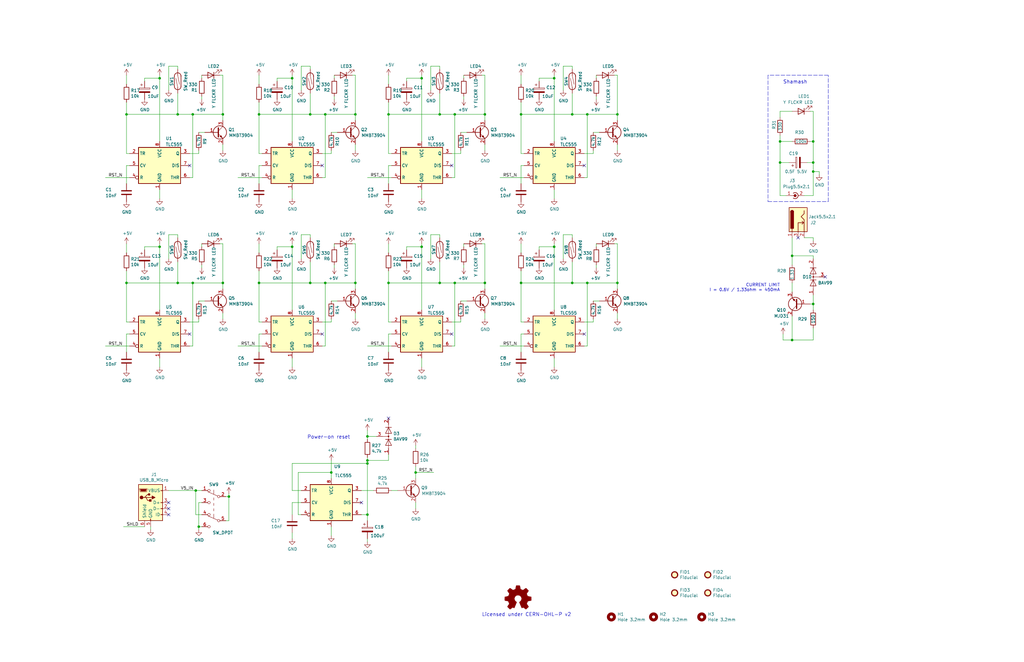
<source format=kicad_sch>
(kicad_sch (version 20211123) (generator eeschema)
  (paper "B")
  (title_block (title "Menorah555") (date "2021-11-14") (rev "A"))
  (junction (at 137.16 48.26))
  (junction (at 154.94 194.31))
  (junction (at 130.81 119.38))
  (junction (at 67.31 104.14))
  (junction (at 191.77 48.26))
  (junction (at 139.7 199.39))
  (junction (at 328.93 68.58))
  (junction (at 74.93 119.38))
  (junction (at 109.22 48.26))
  (junction (at 67.31 33.02))
  (junction (at 247.65 119.38))
  (junction (at 137.16 119.38))
  (junction (at 109.22 119.38))
  (junction (at 93.98 48.26))
  (junction (at 53.34 119.38))
  (junction (at 328.93 59.69))
  (junction (at 149.86 119.38))
  (junction (at 219.71 48.26))
  (junction (at 163.83 119.38))
  (junction (at 123.19 33.02))
  (junction (at 342.9 68.58))
  (junction (at 154.94 217.17))
  (junction (at 177.8 104.14))
  (junction (at 233.68 104.14))
  (junction (at 130.81 48.26))
  (junction (at 204.47 48.26))
  (junction (at 342.9 72.39))
  (junction (at 175.26 199.39))
  (junction (at 260.35 119.38))
  (junction (at 83.82 222.25))
  (junction (at 163.83 48.26))
  (junction (at 342.9 128.27))
  (junction (at 154.94 195.58))
  (junction (at 93.98 119.38))
  (junction (at 241.3 48.26))
  (junction (at 233.68 33.02))
  (junction (at 81.28 48.26))
  (junction (at 247.65 48.26))
  (junction (at 123.19 104.14))
  (junction (at 241.3 119.38))
  (junction (at 334.01 143.51))
  (junction (at 53.34 48.26))
  (junction (at 342.9 59.69))
  (junction (at 177.8 33.02))
  (junction (at 149.86 48.26))
  (junction (at 185.42 119.38))
  (junction (at 204.47 119.38))
  (junction (at 154.94 184.15))
  (junction (at 82.55 207.01))
  (junction (at 191.77 119.38))
  (junction (at 74.93 48.26))
  (junction (at 185.42 48.26))
  (junction (at 81.28 119.38))
  (junction (at 260.35 48.26))
  (junction (at 219.71 119.38))
  (junction (at 96.52 209.55))
  (junction (at 334.01 107.95))
  (no_connect (at 152.4 212.09))
  (no_connect (at 80.01 140.97))
  (no_connect (at 71.12 217.17))
  (no_connect (at 71.12 214.63))
  (no_connect (at 135.89 140.97))
  (no_connect (at 190.5 69.85))
  (no_connect (at 163.83 176.53))
  (no_connect (at 80.01 69.85))
  (no_connect (at 71.12 212.09))
  (no_connect (at 246.38 69.85))
  (no_connect (at 347.98 116.84))
  (no_connect (at 336.55 100.33))
  (no_connect (at 135.89 69.85))
  (no_connect (at 190.5 140.97))
  (no_connect (at 246.38 140.97))
  (wire (pts (xy 110.49 135.89) (xy 109.22 135.89)))
  (wire (pts (xy 81.28 146.05) (xy 80.01 146.05)))
  (wire (pts (xy 194.31 64.77) (xy 190.5 64.77)))
  (wire (pts (xy 71.12 207.01) (xy 82.55 207.01)))
  (wire (pts (xy 109.22 48.26) (xy 130.81 48.26)))
  (wire (pts (xy 241.3 48.26) (xy 247.65 48.26)))
  (wire (pts (xy 83.82 63.5) (xy 83.82 64.77)))
  (wire (pts (xy 177.8 154.94) (xy 177.8 151.13)))
  (wire (pts (xy 251.46 41.91) (xy 251.46 40.64)))
  (wire (pts (xy 139.7 135.89) (xy 135.89 135.89)))
  (wire (pts (xy 130.81 110.49) (xy 130.81 119.38)))
  (wire (pts (xy 110.49 74.93) (xy 100.33 74.93)))
  (wire (pts (xy 233.68 104.14) (xy 233.68 102.87)))
  (wire (pts (xy 247.65 48.26) (xy 247.65 74.93)))
  (wire (pts (xy 83.82 222.25) (xy 85.09 222.25)))
  (wire (pts (xy 185.42 119.38) (xy 191.77 119.38)))
  (wire (pts (xy 137.16 146.05) (xy 135.89 146.05)))
  (wire (pts (xy 250.19 55.88) (xy 252.73 55.88)))
  (wire (pts (xy 139.7 127) (xy 142.24 127)))
  (wire (pts (xy 123.19 212.09) (xy 123.19 217.17)))
  (wire (pts (xy 204.47 50.8) (xy 204.47 48.26)))
  (wire (pts (xy 175.26 187.96) (xy 175.26 189.23)))
  (wire (pts (xy 334.01 123.19) (xy 334.01 119.38)))
  (wire (pts (xy 233.68 33.02) (xy 227.33 33.02)))
  (wire (pts (xy 139.7 134.62) (xy 139.7 135.89)))
  (wire (pts (xy 93.98 63.5) (xy 93.98 60.96)))
  (wire (pts (xy 163.83 64.77) (xy 163.83 48.26)))
  (wire (pts (xy 109.22 119.38) (xy 130.81 119.38)))
  (wire (pts (xy 83.82 64.77) (xy 80.01 64.77)))
  (wire (pts (xy 237.49 99.06) (xy 241.3 99.06)))
  (wire (pts (xy 140.97 41.91) (xy 140.97 40.64)))
  (wire (pts (xy 342.9 101.6) (xy 342.9 100.33)))
  (wire (pts (xy 185.42 39.37) (xy 185.42 48.26)))
  (wire (pts (xy 53.34 77.47) (xy 53.34 69.85)))
  (wire (pts (xy 127 109.22) (xy 127 99.06)))
  (wire (pts (xy 110.49 146.05) (xy 100.33 146.05)))
  (wire (pts (xy 191.77 48.26) (xy 191.77 74.93)))
  (wire (pts (xy 123.19 224.79) (xy 123.19 227.33)))
  (wire (pts (xy 67.31 130.81) (xy 67.31 104.14)))
  (wire (pts (xy 116.84 104.14) (xy 116.84 105.41)))
  (wire (pts (xy 149.86 63.5) (xy 149.86 60.96)))
  (wire (pts (xy 219.71 140.97) (xy 220.98 140.97)))
  (wire (pts (xy 74.93 39.37) (xy 74.93 48.26)))
  (wire (pts (xy 195.58 41.91) (xy 195.58 40.64)))
  (wire (pts (xy 219.71 64.77) (xy 219.71 48.26)))
  (wire (pts (xy 123.19 59.69) (xy 123.19 33.02)))
  (wire (pts (xy 342.9 109.22) (xy 342.9 107.95)))
  (wire (pts (xy 181.61 109.22) (xy 181.61 99.06)))
  (wire (pts (xy 250.19 127) (xy 252.73 127)))
  (wire (pts (xy 191.77 119.38) (xy 191.77 146.05)))
  (wire (pts (xy 334.01 143.51) (xy 334.01 133.35)))
  (wire (pts (xy 194.31 134.62) (xy 194.31 135.89)))
  (wire (pts (xy 152.4 217.17) (xy 154.94 217.17)))
  (wire (pts (xy 247.65 74.93) (xy 246.38 74.93)))
  (wire (pts (xy 85.09 41.91) (xy 85.09 40.64)))
  (wire (pts (xy 67.31 104.14) (xy 67.31 102.87)))
  (wire (pts (xy 163.83 35.56) (xy 163.83 31.75)))
  (wire (pts (xy 175.26 199.39) (xy 175.26 201.93)))
  (wire (pts (xy 63.5 222.25) (xy 63.5 223.52)))
  (wire (pts (xy 109.22 148.59) (xy 109.22 140.97)))
  (wire (pts (xy 53.34 135.89) (xy 53.34 119.38)))
  (wire (pts (xy 137.16 119.38) (xy 137.16 146.05)))
  (wire (pts (xy 60.96 104.14) (xy 60.96 105.41)))
  (wire (pts (xy 53.34 64.77) (xy 53.34 48.26)))
  (wire (pts (xy 110.49 64.77) (xy 109.22 64.77)))
  (wire (pts (xy 71.12 27.94) (xy 74.93 27.94)))
  (wire (pts (xy 74.93 99.06) (xy 74.93 100.33)))
  (wire (pts (xy 127 217.17) (xy 125.73 217.17)))
  (wire (pts (xy 130.81 99.06) (xy 130.81 100.33)))
  (polyline (pts (xy 349.25 31.75) (xy 323.85 31.75)))
  (wire (pts (xy 163.83 77.47) (xy 163.83 69.85)))
  (wire (pts (xy 331.47 82.55) (xy 328.93 82.55)))
  (wire (pts (xy 53.34 69.85) (xy 54.61 69.85)))
  (wire (pts (xy 123.19 195.58) (xy 154.94 195.58)))
  (wire (pts (xy 149.86 121.92) (xy 149.86 119.38)))
  (wire (pts (xy 237.49 109.22) (xy 237.49 99.06)))
  (wire (pts (xy 204.47 102.87) (xy 204.47 119.38)))
  (wire (pts (xy 95.25 209.55) (xy 96.52 209.55)))
  (wire (pts (xy 85.09 217.17) (xy 82.55 217.17)))
  (wire (pts (xy 241.3 99.06) (xy 241.3 100.33)))
  (wire (pts (xy 93.98 102.87) (xy 92.71 102.87)))
  (wire (pts (xy 247.65 48.26) (xy 260.35 48.26)))
  (wire (pts (xy 191.77 146.05) (xy 190.5 146.05)))
  (wire (pts (xy 123.19 83.82) (xy 123.19 80.01)))
  (wire (pts (xy 194.31 127) (xy 196.85 127)))
  (wire (pts (xy 82.55 207.01) (xy 85.09 207.01)))
  (wire (pts (xy 154.94 194.31) (xy 163.83 194.31)))
  (wire (pts (xy 139.7 199.39) (xy 139.7 201.93)))
  (wire (pts (xy 219.71 106.68) (xy 219.71 102.87)))
  (wire (pts (xy 74.93 119.38) (xy 81.28 119.38)))
  (wire (pts (xy 219.71 77.47) (xy 219.71 69.85)))
  (wire (pts (xy 219.71 69.85) (xy 220.98 69.85)))
  (wire (pts (xy 163.83 114.3) (xy 163.83 119.38)))
  (wire (pts (xy 83.82 135.89) (xy 80.01 135.89)))
  (wire (pts (xy 127 207.01) (xy 123.19 207.01)))
  (wire (pts (xy 328.93 59.69) (xy 328.93 68.58)))
  (wire (pts (xy 140.97 113.03) (xy 140.97 111.76)))
  (wire (pts (xy 171.45 33.02) (xy 171.45 34.29)))
  (wire (pts (xy 109.22 43.18) (xy 109.22 48.26)))
  (wire (pts (xy 93.98 31.75) (xy 92.71 31.75)))
  (wire (pts (xy 247.65 119.38) (xy 260.35 119.38)))
  (wire (pts (xy 83.82 127) (xy 86.36 127)))
  (wire (pts (xy 328.93 46.99) (xy 334.01 46.99)))
  (wire (pts (xy 177.8 130.81) (xy 177.8 104.14)))
  (wire (pts (xy 109.22 106.68) (xy 109.22 102.87)))
  (wire (pts (xy 260.35 134.62) (xy 260.35 132.08)))
  (wire (pts (xy 342.9 107.95) (xy 334.01 107.95)))
  (wire (pts (xy 260.35 102.87) (xy 260.35 119.38)))
  (wire (pts (xy 67.31 33.02) (xy 67.31 31.75)))
  (wire (pts (xy 328.93 57.15) (xy 328.93 59.69)))
  (wire (pts (xy 60.96 33.02) (xy 60.96 34.29)))
  (wire (pts (xy 154.94 228.6) (xy 154.94 227.33)))
  (wire (pts (xy 53.34 148.59) (xy 53.34 140.97)))
  (wire (pts (xy 152.4 207.01) (xy 157.48 207.01)))
  (wire (pts (xy 127 99.06) (xy 130.81 99.06)))
  (wire (pts (xy 149.86 102.87) (xy 149.86 119.38)))
  (wire (pts (xy 109.22 69.85) (xy 110.49 69.85)))
  (wire (pts (xy 67.31 83.82) (xy 67.31 80.01)))
  (wire (pts (xy 154.94 195.58) (xy 154.94 217.17)))
  (wire (pts (xy 125.73 217.17) (xy 125.73 199.39)))
  (wire (pts (xy 227.33 104.14) (xy 227.33 105.41)))
  (wire (pts (xy 137.16 48.26) (xy 137.16 74.93)))
  (wire (pts (xy 220.98 74.93) (xy 210.82 74.93)))
  (wire (pts (xy 165.1 135.89) (xy 163.83 135.89)))
  (wire (pts (xy 165.1 207.01) (xy 167.64 207.01)))
  (wire (pts (xy 330.2 140.97) (xy 330.2 143.51)))
  (wire (pts (xy 227.33 33.02) (xy 227.33 34.29)))
  (wire (pts (xy 149.86 31.75) (xy 149.86 48.26)))
  (wire (pts (xy 130.81 27.94) (xy 130.81 29.21)))
  (wire (pts (xy 163.83 140.97) (xy 165.1 140.97)))
  (wire (pts (xy 175.26 214.63) (xy 175.26 212.09)))
  (wire (pts (xy 140.97 33.02) (xy 140.97 31.75)))
  (wire (pts (xy 163.83 43.18) (xy 163.83 48.26)))
  (wire (pts (xy 341.63 46.99) (xy 342.9 46.99)))
  (wire (pts (xy 185.42 27.94) (xy 185.42 29.21)))
  (wire (pts (xy 67.31 59.69) (xy 67.31 33.02)))
  (wire (pts (xy 339.09 82.55) (xy 342.9 82.55)))
  (wire (pts (xy 219.71 35.56) (xy 219.71 31.75)))
  (wire (pts (xy 260.35 121.92) (xy 260.35 119.38)))
  (wire (pts (xy 204.47 121.92) (xy 204.47 119.38)))
  (wire (pts (xy 163.83 48.26) (xy 185.42 48.26)))
  (wire (pts (xy 171.45 104.14) (xy 171.45 105.41)))
  (wire (pts (xy 241.3 39.37) (xy 241.3 48.26)))
  (wire (pts (xy 81.28 48.26) (xy 93.98 48.26)))
  (wire (pts (xy 54.61 146.05) (xy 44.45 146.05)))
  (wire (pts (xy 139.7 55.88) (xy 142.24 55.88)))
  (wire (pts (xy 260.35 31.75) (xy 259.08 31.75)))
  (wire (pts (xy 194.31 63.5) (xy 194.31 64.77)))
  (wire (pts (xy 181.61 27.94) (xy 185.42 27.94)))
  (wire (pts (xy 149.86 31.75) (xy 148.59 31.75)))
  (wire (pts (xy 247.65 119.38) (xy 247.65 146.05)))
  (wire (pts (xy 191.77 48.26) (xy 204.47 48.26)))
  (wire (pts (xy 53.34 35.56) (xy 53.34 31.75)))
  (wire (pts (xy 123.19 154.94) (xy 123.19 151.13)))
  (wire (pts (xy 81.28 74.93) (xy 80.01 74.93)))
  (wire (pts (xy 250.19 134.62) (xy 250.19 135.89)))
  (wire (pts (xy 177.8 33.02) (xy 177.8 31.75)))
  (wire (pts (xy 52.07 222.25) (xy 60.96 222.25)))
  (wire (pts (xy 85.09 212.09) (xy 83.82 212.09)))
  (wire (pts (xy 53.34 140.97) (xy 54.61 140.97)))
  (wire (pts (xy 241.3 110.49) (xy 241.3 119.38)))
  (wire (pts (xy 74.93 27.94) (xy 74.93 29.21)))
  (wire (pts (xy 250.19 63.5) (xy 250.19 64.77)))
  (wire (pts (xy 53.34 114.3) (xy 53.34 119.38)))
  (polyline (pts (xy 349.25 85.09) (xy 349.25 31.75)))
  (wire (pts (xy 71.12 109.22) (xy 71.12 99.06)))
  (wire (pts (xy 53.34 48.26) (xy 74.93 48.26)))
  (wire (pts (xy 260.35 31.75) (xy 260.35 48.26)))
  (wire (pts (xy 345.44 72.39) (xy 342.9 72.39)))
  (wire (pts (xy 195.58 33.02) (xy 195.58 31.75)))
  (wire (pts (xy 334.01 59.69) (xy 328.93 59.69)))
  (wire (pts (xy 220.98 64.77) (xy 219.71 64.77)))
  (wire (pts (xy 54.61 64.77) (xy 53.34 64.77)))
  (wire (pts (xy 163.83 194.31) (xy 163.83 191.77)))
  (wire (pts (xy 116.84 33.02) (xy 116.84 34.29)))
  (wire (pts (xy 67.31 33.02) (xy 60.96 33.02)))
  (wire (pts (xy 154.94 219.71) (xy 154.94 217.17)))
  (wire (pts (xy 127 38.1) (xy 127 27.94)))
  (wire (pts (xy 233.68 59.69) (xy 233.68 33.02)))
  (wire (pts (xy 219.71 119.38) (xy 241.3 119.38)))
  (wire (pts (xy 109.22 64.77) (xy 109.22 48.26)))
  (wire (pts (xy 204.47 102.87) (xy 203.2 102.87)))
  (wire (pts (xy 204.47 31.75) (xy 204.47 48.26)))
  (wire (pts (xy 342.9 46.99) (xy 342.9 59.69)))
  (wire (pts (xy 247.65 146.05) (xy 246.38 146.05)))
  (wire (pts (xy 233.68 83.82) (xy 233.68 80.01)))
  (wire (pts (xy 67.31 104.14) (xy 60.96 104.14)))
  (wire (pts (xy 85.09 33.02) (xy 85.09 31.75)))
  (wire (pts (xy 219.71 135.89) (xy 219.71 119.38)))
  (wire (pts (xy 191.77 74.93) (xy 190.5 74.93)))
  (wire (pts (xy 219.71 114.3) (xy 219.71 119.38)))
  (wire (pts (xy 163.83 135.89) (xy 163.83 119.38)))
  (wire (pts (xy 219.71 43.18) (xy 219.71 48.26)))
  (wire (pts (xy 127 27.94) (xy 130.81 27.94)))
  (wire (pts (xy 181.61 99.06) (xy 185.42 99.06)))
  (wire (pts (xy 149.86 50.8) (xy 149.86 48.26)))
  (wire (pts (xy 342.9 143.51) (xy 334.01 143.51)))
  (wire (pts (xy 137.16 119.38) (xy 149.86 119.38)))
  (wire (pts (xy 123.19 104.14) (xy 116.84 104.14)))
  (wire (pts (xy 177.8 83.82) (xy 177.8 80.01)))
  (wire (pts (xy 220.98 135.89) (xy 219.71 135.89)))
  (polyline (pts (xy 323.85 31.75) (xy 323.85 85.09)))
  (wire (pts (xy 219.71 48.26) (xy 241.3 48.26)))
  (wire (pts (xy 175.26 199.39) (xy 182.88 199.39)))
  (wire (pts (xy 53.34 106.68) (xy 53.34 102.87)))
  (wire (pts (xy 250.19 64.77) (xy 246.38 64.77)))
  (wire (pts (xy 260.35 50.8) (xy 260.35 48.26)))
  (wire (pts (xy 139.7 226.06) (xy 139.7 222.25)))
  (wire (pts (xy 260.35 102.87) (xy 259.08 102.87)))
  (wire (pts (xy 342.9 59.69) (xy 342.9 68.58)))
  (wire (pts (xy 71.12 99.06) (xy 74.93 99.06)))
  (wire (pts (xy 260.35 63.5) (xy 260.35 60.96)))
  (wire (pts (xy 127 212.09) (xy 123.19 212.09)))
  (wire (pts (xy 328.93 49.53) (xy 328.93 46.99)))
  (wire (pts (xy 237.49 38.1) (xy 237.49 27.94)))
  (wire (pts (xy 345.44 73.66) (xy 345.44 72.39)))
  (wire (pts (xy 334.01 107.95) (xy 334.01 111.76)))
  (wire (pts (xy 334.01 100.33) (xy 334.01 107.95)))
  (wire (pts (xy 54.61 135.89) (xy 53.34 135.89)))
  (wire (pts (xy 137.16 48.26) (xy 149.86 48.26)))
  (wire (pts (xy 204.47 134.62) (xy 204.47 132.08)))
  (wire (pts (xy 175.26 196.85) (xy 175.26 199.39)))
  (wire (pts (xy 163.83 106.68) (xy 163.83 102.87)))
  (wire (pts (xy 130.81 48.26) (xy 137.16 48.26)))
  (wire (pts (xy 140.97 104.14) (xy 140.97 102.87)))
  (wire (pts (xy 82.55 217.17) (xy 82.55 207.01)))
  (wire (pts (xy 191.77 119.38) (xy 204.47 119.38)))
  (wire (pts (xy 93.98 121.92) (xy 93.98 119.38)))
  (wire (pts (xy 81.28 119.38) (xy 93.98 119.38)))
  (wire (pts (xy 165.1 64.77) (xy 163.83 64.77)))
  (wire (pts (xy 109.22 77.47) (xy 109.22 69.85)))
  (wire (pts (xy 163.83 119.38) (xy 185.42 119.38)))
  (wire (pts (xy 250.19 135.89) (xy 246.38 135.89)))
  (wire (pts (xy 237.49 27.94) (xy 241.3 27.94)))
  (wire (pts (xy 93.98 134.62) (xy 93.98 132.08)))
  (wire (pts (xy 233.68 104.14) (xy 227.33 104.14)))
  (wire (pts (xy 123.19 207.01) (xy 123.19 195.58)))
  (wire (pts (xy 96.52 208.28) (xy 96.52 209.55)))
  (wire (pts (xy 109.22 140.97) (xy 110.49 140.97)))
  (wire (pts (xy 154.94 193.04) (xy 154.94 194.31)))
  (wire (pts (xy 93.98 102.87) (xy 93.98 119.38)))
  (wire (pts (xy 85.09 113.03) (xy 85.09 111.76)))
  (wire (pts (xy 123.19 33.02) (xy 123.19 31.75)))
  (wire (pts (xy 96.52 209.55) (xy 96.52 219.71)))
  (wire (pts (xy 149.86 102.87) (xy 148.59 102.87)))
  (wire (pts (xy 93.98 31.75) (xy 93.98 48.26)))
  (wire (pts (xy 328.93 68.58) (xy 328.93 82.55)))
  (wire (pts (xy 85.09 104.14) (xy 85.09 102.87)))
  (wire (pts (xy 233.68 33.02) (xy 233.68 31.75)))
  (wire (pts (xy 251.46 113.03) (xy 251.46 111.76)))
  (wire (pts (xy 96.52 219.71) (xy 95.25 219.71)))
  (wire (pts (xy 123.19 130.81) (xy 123.19 104.14)))
  (wire (pts (xy 177.8 104.14) (xy 177.8 102.87)))
  (wire (pts (xy 130.81 39.37) (xy 130.81 48.26)))
  (wire (pts (xy 123.19 33.02) (xy 116.84 33.02)))
  (wire (pts (xy 342.9 130.81) (xy 342.9 128.27)))
  (wire (pts (xy 185.42 48.26) (xy 191.77 48.26)))
  (wire (pts (xy 241.3 119.38) (xy 247.65 119.38)))
  (wire (pts (xy 340.36 68.58) (xy 342.9 68.58)))
  (wire (pts (xy 109.22 135.89) (xy 109.22 119.38)))
  (wire (pts (xy 154.94 194.31) (xy 154.94 195.58)))
  (wire (pts (xy 194.31 135.89) (xy 190.5 135.89)))
  (wire (pts (xy 220.98 146.05) (xy 210.82 146.05)))
  (wire (pts (xy 83.82 134.62) (xy 83.82 135.89)))
  (wire (pts (xy 342.9 128.27) (xy 341.63 128.27)))
  (wire (pts (xy 194.31 55.88) (xy 196.85 55.88)))
  (wire (pts (xy 93.98 50.8) (xy 93.98 48.26)))
  (wire (pts (xy 233.68 154.94) (xy 233.68 151.13)))
  (wire (pts (xy 185.42 99.06) (xy 185.42 100.33)))
  (wire (pts (xy 130.81 119.38) (xy 137.16 119.38)))
  (wire (pts (xy 163.83 69.85) (xy 165.1 69.85)))
  (wire (pts (xy 53.34 43.18) (xy 53.34 48.26)))
  (wire (pts (xy 330.2 143.51) (xy 334.01 143.51)))
  (wire (pts (xy 109.22 35.56) (xy 109.22 31.75)))
  (wire (pts (xy 165.1 74.93) (xy 154.94 74.93)))
  (wire (pts (xy 74.93 110.49) (xy 74.93 119.38)))
  (wire (pts (xy 139.7 64.77) (xy 135.89 64.77)))
  (wire (pts (xy 204.47 31.75) (xy 203.2 31.75)))
  (polyline (pts (xy 323.85 85.09) (xy 349.25 85.09)))
  (wire (pts (xy 177.8 104.14) (xy 171.45 104.14)))
  (wire (pts (xy 109.22 114.3) (xy 109.22 119.38)))
  (wire (pts (xy 139.7 194.31) (xy 139.7 199.39)))
  (wire (pts (xy 123.19 104.14) (xy 123.19 102.87)))
  (wire (pts (xy 219.71 148.59) (xy 219.71 140.97)))
  (wire (pts (xy 251.46 33.02) (xy 251.46 31.75)))
  (wire (pts (xy 83.82 212.09) (xy 83.82 222.25)))
  (wire (pts (xy 81.28 48.26) (xy 81.28 74.93)))
  (wire (pts (xy 74.93 48.26) (xy 81.28 48.26)))
  (wire (pts (xy 67.31 154.94) (xy 67.31 151.13)))
  (wire (pts (xy 177.8 59.69) (xy 177.8 33.02)))
  (wire (pts (xy 342.9 124.46) (xy 342.9 128.27)))
  (wire (pts (xy 332.74 68.58) (xy 328.93 68.58)))
  (wire (pts (xy 251.46 104.14) (xy 251.46 102.87)))
  (wire (pts (xy 149.86 134.62) (xy 149.86 132.08)))
  (wire (pts (xy 233.68 130.81) (xy 233.68 104.14)))
  (wire (pts (xy 154.94 181.61) (xy 154.94 184.15)))
  (wire (pts (xy 339.09 100.33) (xy 342.9 100.33)))
  (wire (pts (xy 154.94 184.15) (xy 154.94 185.42)))
  (wire (pts (xy 177.8 33.02) (xy 171.45 33.02)))
  (wire (pts (xy 342.9 72.39) (xy 342.9 82.55)))
  (wire (pts (xy 137.16 74.93) (xy 135.89 74.93)))
  (wire (pts (xy 139.7 63.5) (xy 139.7 64.77)))
  (wire (pts (xy 185.42 110.49) (xy 185.42 119.38)))
  (wire (pts (xy 54.61 74.93) (xy 44.45 74.93)))
  (wire (pts (xy 181.61 38.1) (xy 181.61 27.94)))
  (wire (pts (xy 83.82 55.88) (xy 86.36 55.88)))
  (wire (pts (xy 163.83 148.59) (xy 163.83 140.97)))
  (wire (pts (xy 241.3 27.94) (xy 241.3 29.21)))
  (wire (pts (xy 81.28 119.38) (xy 81.28 146.05)))
  (wire (pts (xy 158.75 184.15) (xy 154.94 184.15)))
  (wire (pts (xy 83.82 223.52) (xy 83.82 222.25)))
  (wire (pts (xy 71.12 38.1) (xy 71.12 27.94)))
  (wire (pts (xy 195.58 104.14) (xy 195.58 102.87)))
  (wire (pts (xy 341.63 59.69) (xy 342.9 59.69)))
  (wire (pts (xy 195.58 113.03) (xy 195.58 111.76)))
  (wire (pts (xy 53.34 119.38) (xy 74.93 119.38)))
  (wire (pts (xy 204.47 63.5) (xy 204.47 60.96)))
  (wire (pts (xy 342.9 68.58) (xy 342.9 72.39)))
  (wire (pts (xy 165.1 146.05) (xy 154.94 146.05)))
  (wire (pts (xy 125.73 199.39) (xy 139.7 199.39)))
  (wire (pts (xy 342.9 143.51) (xy 342.9 138.43)))
  (text "Power-on reset" (at 129.54 185.42 0) (effects (font (size 1.4986 1.4986)) (justify left bottom)))
  (text "CURRENT LIMIT\nI = 0.6V / 1.33ohm = 450mA" (at 328.93 123.19 180) (effects (font (size 1.27 1.27)) (justify right bottom)))
  (text "Licensed under CERN-OHL-P v2" (at 203.2 260.35 0) (effects (font (size 1.4986 1.4986)) (justify left bottom)))
  (text "Shamash" (at 330.2 35.56 0) (effects (font (size 1.4986 1.4986)) (justify left bottom)))
  (label "RST_N" (at 45.72 74.93 0))
  (label "RST_N" (at 212.09 74.93 0))
  (label "RST_N" (at 45.72 146.05 0))
  (label "RST_N" (at 212.09 146.05 0))
  (label "RST_N" (at 156.21 74.93 0))
  (label "RST_N" (at 101.6 146.05 0))
  (label "RST_N" (at 176.53 199.39 0))
  (label "V5_IN" (at 76.2 207.01 0))
  (label "RST_N" (at 101.6 74.93 0))
  (label "SHLD" (at 53.34 222.25 0))
  (label "RST_N" (at 156.21 146.05 0))
  (symbol (lib_id "Graphic:Logo_Open_Hardware_Small") (at 218.44 252.73 0) (unit 1)
    (property "Reference" "LOGO2" (effects hide))
    (property "Value" "Logo_Open_Hardware_Small" (effects hide))
    (property "Footprint" "Symbol:OSHW-Logo2_9.8x8mm_SilkScreen" (effects hide))
  )
  (symbol (lib_id "Mechanical:Fiducial") (at 298.45 242.57 0) (unit 1)
    (property "Reference" "FID2" (at 300.609 241.4016 0) (effects (justify left)))
    (property "Value" "Fiducial" (at 300.609 243.713 0) (effects (justify left)))
    (property "Footprint" "Fiducial:Fiducial_1mm_Mask2mm" (effects hide))
  )
  (symbol (lib_id "Mechanical:Fiducial") (at 284.48 242.57 0) (unit 1)
    (property "Reference" "FID1" (at 286.639 241.4016 0) (effects (justify left)))
    (property "Value" "Fiducial" (at 286.639 243.713 0) (effects (justify left)))
    (property "Footprint" "Fiducial:Fiducial_1mm_Mask2mm" (effects hide))
  )
  (symbol (lib_id "Device:R") (at 334.01 115.57 0) (unit 1)
    (property "Reference" "R28" (at 327.66 114.3 0) (effects (justify left)))
    (property "Value" "1.33" (at 334.01 118.11 90) (effects (justify left)))
    (property "Footprint" "Resistor_SMD:R_2010_5025Metric" (effects hide))
    (property "Source" "Mouser 660-SR732HTTE1R33F" (effects hide))
  )
  (symbol (lib_id "Device:R") (at 342.9 134.62 180) (unit 1)
    (property "Reference" "R29" (at 340.36 134.62 0) (effects (justify left)))
    (property "Value" "150" (at 342.9 134.62 90))
    (property "Footprint" "Resistor_SMD:R_0805_2012Metric" (effects hide))
    (property "Source" "Mouser 603-RC0805JR-07150RL" (effects hide))
  )
  (symbol (lib_id "Transistor_BJT:MMBT3904") (at 91.44 55.88 0) (unit 1)
    (property "Reference" "Q1" (at 96.2914 54.7116 0) (effects (justify left)))
    (property "Value" "MMBT3904" (at 96.52 57.15 0) (effects (justify left)))
    (property "Footprint" "Package_TO_SOT_SMD:SOT-23" (effects hide))
    (property "Datasheet" "http://www.onsemi.com/pdf/datasheet/mmbt3904lt1-d.pdf" (effects hide))
    (property "Source" "Mouser 863-MMBT3904LT3G" (effects hide))
  )
  (symbol (lib_id "Timer:LM555xM") (at 67.31 69.85 0) (unit 1)
    (property "Reference" "U1" (at 69.85 58.42 0) (effects (justify left)))
    (property "Value" "TLC555" (at 69.85 60.96 0) (effects (justify left)))
    (property "Footprint" "Package_SO:SOIC-8_3.9x4.9mm_P1.27mm" (effects hide))
    (property "Datasheet" "http://www.ti.com/lit/ds/symlink/lm555.pdf" (effects hide))
    (property "Source" "Mouser 595-TLC555QDRG4" (effects hide))
  )
  (symbol (lib_id "Switch:SW_Reed") (at 74.93 34.29 90) (unit 1)
    (property "Reference" "SW1" (at 72.39 34.29 0))
    (property "Value" "SW_Reed" (at 78.2574 34.29 0))
    (property "Footprint" "0_my_footprints:SW_SPST_REED_59170-1-S-00-D" (effects hide))
    (property "Source" "Mouser 934-59170-1-S-00-D" (effects hide))
  )
  (symbol (lib_id "Device:CP") (at 336.55 68.58 90) (unit 1)
    (property "Reference" "C19" (at 336.55 64.77 90) (effects (justify left)))
    (property "Value" "0.5F 5.5V" (at 340.36 72.39 90) (effects (justify left)))
    (property "Footprint" "0_my_footprints:CP_Supercap_DGH504Q5R5_Horizontal" (effects hide))
    (property "Source" "Mouser 598-DGH504Q5R5, Digikey 1572-1776-ND" (effects hide))
  )
  (symbol (lib_id "power:GND") (at 67.31 83.82 0) (unit 1)
    (property "Reference" "#PWR011" (effects hide))
    (property "Value" "GND" (at 67.437 88.2142 0))
  )
  (symbol (lib_id "Timer:LM555xM") (at 139.7 212.09 0) (unit 1)
    (property "Reference" "U9" (at 142.24 196.85 0))
    (property "Value" "TLC555" (at 144.78 200.66 0))
    (property "Footprint" "Package_SO:SOIC-8_3.9x4.9mm_P1.27mm" (effects hide))
    (property "Datasheet" "http://www.ti.com/lit/ds/symlink/lm555.pdf" (effects hide))
    (property "Source" "Mouser 595-TLC555QDRG4" (effects hide))
  )
  (symbol (lib_id "power:GND") (at 139.7 226.06 0) (unit 1)
    (property "Reference" "#PWR021" (effects hide))
    (property "Value" "GND" (at 139.827 230.4542 0))
  )
  (symbol (lib_id "Device:C") (at 53.34 81.28 0) (unit 1)
    (property "Reference" "C1" (at 44.45 80.01 0) (effects (justify left)))
    (property "Value" "10nF" (at 44.45 82.55 0) (effects (justify left)))
    (property "Footprint" "Capacitor_SMD:C_0805_2012Metric" (effects hide))
    (property "Source" "Mouser 581-08051C103K" (effects hide))
  )
  (symbol (lib_id "power:GND") (at 53.34 85.09 0) (unit 1)
    (property "Reference" "#PWR04" (effects hide))
    (property "Value" "GND" (at 53.467 89.4842 0))
  )
  (symbol (lib_id "Device:R") (at 83.82 59.69 180) (unit 1)
    (property "Reference" "R9" (at 86.36 59.69 90))
    (property "Value" "4.7k" (at 83.82 59.69 90))
    (property "Footprint" "Resistor_SMD:R_0805_2012Metric" (effects hide))
    (property "Source" "Mouser 603-RC0805JR-134K7L" (effects hide))
  )
  (symbol (lib_id "power:GND") (at 93.98 63.5 0) (unit 1)
    (property "Reference" "#PWR019" (effects hide))
    (property "Value" "GND" (at 94.107 67.8942 0))
  )
  (symbol (lib_id "Device:LED") (at 88.9 31.75 180) (unit 1)
    (property "Reference" "LED2" (at 87.63 27.94 0) (effects (justify right)))
    (property "Value" "Y FLCKR LED" (at 90.17 45.72 90) (effects (justify right)))
    (property "Footprint" "0_my_footprints:LED_D5.0mm_Horizontal_SMT_O3.81mm_Z3.0mm" (effects hide))
    (property "Source" "Evil Mad Scientist 9330074" (effects hide))
  )
  (symbol (lib_id "Device:R") (at 85.09 36.83 0) (unit 1)
    (property "Reference" "R1" (at 83.312 37.9984 0) (effects (justify right)))
    (property "Value" "330" (at 83.312 35.687 0) (effects (justify right)))
    (property "Footprint" "Resistor_SMD:R_0805_2012Metric" (effects hide))
    (property "Source" "Mouser 603-RC0805JR-13330RL" (effects hide))
  )
  (symbol (lib_id "Device:R") (at 53.34 39.37 180) (unit 1)
    (property "Reference" "R17" (at 55.118 38.2016 0) (effects (justify right)))
    (property "Value" "10k" (at 55.118 40.513 0) (effects (justify right)))
    (property "Footprint" "Resistor_SMD:R_0805_2012Metric" (effects hide))
    (property "Source" "Mouser 603-RC0805JR-1010KL" (effects hide))
  )
  (symbol (lib_id "Device:C") (at 123.19 220.98 0) (unit 1)
    (property "Reference" "C17" (at 114.3 219.71 0) (effects (justify left)))
    (property "Value" "10nF" (at 114.3 222.25 0) (effects (justify left)))
    (property "Footprint" "Capacitor_SMD:C_0805_2012Metric" (effects hide))
    (property "Source" "Mouser 581-08051C103K" (effects hide))
  )
  (symbol (lib_id "power:GND") (at 123.19 227.33 0) (unit 1)
    (property "Reference" "#PWR018" (effects hide))
    (property "Value" "GND" (at 123.317 231.7242 0))
  )
  (symbol (lib_id "Transistor_BJT:MMBT3904") (at 172.72 207.01 0) (unit 1)
    (property "Reference" "Q9" (at 177.5714 205.8416 0) (effects (justify left)))
    (property "Value" "MMBT3904" (at 177.8 208.28 0) (effects (justify left)))
    (property "Footprint" "Package_TO_SOT_SMD:SOT-23" (effects hide))
    (property "Datasheet" "http://www.onsemi.com/pdf/datasheet/mmbt3904lt1-d.pdf" (effects hide))
    (property "Source" "Mouser 863-MMBT3904LT3G" (effects hide))
  )
  (symbol (lib_id "Device:R") (at 161.29 207.01 270) (unit 1)
    (property "Reference" "R25" (at 161.29 201.7522 90))
    (property "Value" "4.7k" (at 161.29 204.0636 90))
    (property "Footprint" "Resistor_SMD:R_0805_2012Metric" (effects hide))
    (property "Source" "Mouser 603-RC0805JR-134K7L" (effects hide))
  )
  (symbol (lib_id "power:GND") (at 175.26 214.63 0) (unit 1)
    (property "Reference" "#PWR037" (effects hide))
    (property "Value" "GND" (at 175.387 219.0242 0))
  )
  (symbol (lib_id "Device:CP") (at 154.94 223.52 0) (unit 1)
    (property "Reference" "C18" (at 157.9372 222.3516 0) (effects (justify left)))
    (property "Value" "100uF" (at 156.21 226.06 0) (effects (justify left)))
    (property "Footprint" "0_my_footprints:CP_Radial_Horizontal_D5.0mm_H11.0mm_P2.00mm" (effects hide))
    (property "Source" "Mouser 80-ESK107M016AC3AA" (effects hide))
  )
  (symbol (lib_id "power:GND") (at 154.94 228.6 0) (unit 1)
    (property "Reference" "#PWR029" (effects hide))
    (property "Value" "GND" (at 155.067 232.9942 0))
  )
  (symbol (lib_id "Device:R") (at 154.94 189.23 180) (unit 1)
    (property "Reference" "R27" (at 156.718 188.0616 0) (effects (justify right)))
    (property "Value" "4.7k" (at 156.718 190.373 0) (effects (justify right)))
    (property "Footprint" "Resistor_SMD:R_0805_2012Metric" (effects hide))
    (property "Source" "Mouser 603-RC0805JR-134K7L" (effects hide))
  )
  (symbol (lib_id "Device:R") (at 175.26 193.04 180) (unit 1)
    (property "Reference" "R26" (at 177.038 191.8716 0) (effects (justify right)))
    (property "Value" "10k" (at 177.038 194.183 0) (effects (justify right)))
    (property "Footprint" "Resistor_SMD:R_0805_2012Metric" (effects hide))
    (property "Source" "Mouser 603-RC0805JR-1010KL" (effects hide))
  )
  (symbol (lib_id "power:+5V") (at 154.94 181.61 0) (unit 1)
    (property "Reference" "#PWR028" (effects hide))
    (property "Value" "+5V" (at 155.321 177.2158 0))
  )
  (symbol (lib_id "power:+5V") (at 175.26 187.96 0) (unit 1)
    (property "Reference" "#PWR036" (effects hide))
    (property "Value" "+5V" (at 175.641 183.5658 0))
  )
  (symbol (lib_id "power:+5V") (at 67.31 31.75 0) (unit 1)
    (property "Reference" "#PWR010" (effects hide))
    (property "Value" "+5V" (at 67.691 27.3558 0))
  )
  (symbol (lib_id "power:+5V") (at 53.34 31.75 0) (unit 1)
    (property "Reference" "#PWR03" (effects hide))
    (property "Value" "+5V" (at 53.721 27.3558 0))
  )
  (symbol (lib_id "power:+5V") (at 85.09 41.91 180) (unit 1)
    (property "Reference" "#PWR016" (effects hide))
    (property "Value" "+5V" (at 84.709 46.3042 0))
  )
  (symbol (lib_id "Device:Q_NPN_BCE") (at 336.55 128.27 180) (unit 1)
    (property "Reference" "Q10" (at 331.47 130.81 0) (effects (justify left)))
    (property "Value" "MJD31" (at 332.74 133.35 0) (effects (justify left)))
    (property "Footprint" "Package_TO_SOT_SMD:TO-252-2" (effects hide))
    (property "Source" "Mouser 863-MJD31T4G, LCSC MJD31C" (effects hide))
  )
  (symbol (lib_id "Diode:BAV99") (at 342.9 116.84 90) (unit 1)
    (property "Reference" "D10" (at 340.36 116.84 90))
    (property "Value" "BAV99" (at 347.98 119.38 90))
    (property "Footprint" "Package_TO_SOT_SMD:SOT-23" (effects hide))
    (property "Datasheet" "https://assets.nexperia.com/documents/data-sheet/BAV99_SER.pdf" (effects hide))
    (property "Source" "Mouser 241-BAV99_R1_00001" (effects hide))
  )
  (symbol (lib_id "Switch:SW_Push_DPDT") (at 90.17 214.63 0) (mirror y) (unit 1)
    (property "Reference" "SW9" (at 90.17 204.47 0))
    (property "Value" "SW_DPDT" (at 93.98 224.79 0))
    (property "Footprint" "0_my_footprints:SW_Nidec_MFS201N-9-Z_DPDT_Straight" (effects hide))
    (property "Source" "Mouser 229-MFS201N-9-Z" (effects hide))
  )
  (symbol (lib_id "Connector:USB_B_Micro") (at 63.5 212.09 0) (unit 1)
    (property "Reference" "J1" (at 64.9478 200.2282 0))
    (property "Value" "USB_B_Micro" (at 64.9478 202.5396 0))
    (property "Footprint" "0_my_footprints:MOLEX_47590-0001" (effects hide))
    (property "Source" "Mouser 538-47590-0001" (effects hide))
  )
  (symbol (lib_id "power:GND") (at 63.5 223.52 0) (unit 1)
    (property "Reference" "#PWR01" (effects hide))
    (property "Value" "GND" (at 63.627 227.9142 0))
  )
  (symbol (lib_id "power:GND") (at 83.82 223.52 0) (unit 1)
    (property "Reference" "#PWR02" (effects hide))
    (property "Value" "GND" (at 83.947 227.9142 0))
  )
  (symbol (lib_id "power:+5V") (at 96.52 208.28 0) (unit 1)
    (property "Reference" "#PWR09" (effects hide))
    (property "Value" "+5V" (at 96.901 203.8858 0))
  )
  (symbol (lib_id "power:+5V") (at 330.2 140.97 0) (unit 1)
    (property "Reference" "#PWR074" (effects hide))
    (property "Value" "+5V" (at 330.581 136.5758 0))
  )
  (symbol (lib_id "Device:R") (at 337.82 59.69 270) (unit 1)
    (property "Reference" "R30" (at 339.09 55.88 90) (effects (justify right)))
    (property "Value" "100k" (at 337.82 59.69 90))
    (property "Footprint" "Resistor_SMD:R_0805_2012Metric" (effects hide))
    (property "Source" "Mouser 603-RC0805JR-10100KL" (effects hide))
  )
  (symbol (lib_id "Device:LED") (at 337.82 46.99 180) (unit 1)
    (property "Reference" "LED1" (at 336.55 40.64 0) (effects (justify right)))
    (property "Value" "Y FLCKR LED" (at 330.2 43.18 0) (effects (justify right)))
    (property "Footprint" "0_my_footprints:LED_D5.0mm_Horizontal_SMT_O3.81mm_Z3.0mm" (effects hide))
    (property "Source" "Evil Mad Scientist 9330074" (effects hide))
  )
  (symbol (lib_id "Device:R") (at 328.93 53.34 180) (unit 1)
    (property "Reference" "R31" (at 326.39 54.61 90) (effects (justify right)))
    (property "Value" "330" (at 328.93 53.34 90))
    (property "Footprint" "Resistor_SMD:R_0805_2012Metric" (effects hide))
    (property "Source" "Mouser 603-RC0805JR-13330RL" (effects hide))
  )
  (symbol (lib_id "Connector:Barrel_Jack_Switch") (at 336.55 92.71 90) (mirror x) (unit 1)
    (property "Reference" "J2" (at 342.9 93.98 90))
    (property "Value" "Jack5.5x2.1" (at 346.71 91.44 90))
    (property "Footprint" "0_my_footprints:Gravitech_CONSOCJ2155_2.1mm_5.5mm_Barrel_Jack" (effects hide))
    (property "Source" "Mouser 992-CON-SOCJ-2155 " (effects hide))
  )
  (symbol (lib_id "Connector:Conn_Coaxial_Power") (at 334.01 82.55 90) (unit 1)
    (property "Reference" "J3" (at 335.28 76.2 90) (effects (justify left)))
    (property "Value" "Plug5.5x2.1" (at 341.63 78.74 90) (effects (justify left)))
    (property "Footprint" "0_my_footprints:KobiConn_173-5521TIP-EX_power_plug" (effects hide))
    (property "Source" "Mouser 173-5521TIP-EX" (effects hide))
  )
  (symbol (lib_id "power:GND") (at 342.9 101.6 0) (unit 1)
    (property "Reference" "#PWR075" (effects hide))
    (property "Value" "GND" (at 343.027 105.9942 0))
  )
  (symbol (lib_id "power:GND") (at 71.12 38.1 0) (unit 1)
    (property "Reference" "#PWR014" (effects hide))
    (property "Value" "GND" (at 71.247 42.4942 0))
  )
  (symbol (lib_id "Device:CP") (at 60.96 38.1 0) (unit 1)
    (property "Reference" "C9" (at 63.9572 36.9316 0) (effects (justify left)))
    (property "Value" "10uF" (at 62.23 40.64 0) (effects (justify left)))
    (property "Footprint" "0_my_footprints:CP_Radial_Horizontal_D8.0mm_L12.0mm_P3.50mm" (effects hide))
    (property "Source" "Mouser 80-ESL106M200AG9AA" (effects hide))
  )
  (symbol (lib_id "power:GND") (at 60.96 41.91 0) (unit 1)
    (property "Reference" "#PWR07" (effects hide))
    (property "Value" "GND" (at 61.087 46.3042 0))
  )
  (symbol (lib_id "Mechanical:MountingHole") (at 257.81 260.35 0) (unit 1)
    (property "Reference" "H1" (at 260.35 259.1816 0) (effects (justify left)))
    (property "Value" "Hole 3.2mm" (at 260.35 261.493 0) (effects (justify left)))
    (property "Footprint" "MountingHole:MountingHole_3.2mm_M3" (effects hide))
  )
  (symbol (lib_id "Diode:BAV99") (at 163.83 184.15 270) (mirror x) (unit 1)
    (property "Reference" "D3" (at 165.8366 182.9816 90) (effects (justify left)))
    (property "Value" "BAV99" (at 165.8366 185.293 90) (effects (justify left)))
    (property "Footprint" "Package_TO_SOT_SMD:SOT-23" (effects hide))
    (property "Datasheet" "https://assets.nexperia.com/documents/data-sheet/BAV99_SER.pdf" (effects hide))
    (property "Source" "Mouser 241-BAV99_R1_00001" (effects hide))
  )
  (symbol (lib_id "Transistor_BJT:MMBT3904") (at 147.32 55.88 0) (unit 1)
    (property "Reference" "Q2" (at 152.1714 54.7116 0) (effects (justify left)))
    (property "Value" "MMBT3904" (at 152.4 57.15 0) (effects (justify left)))
    (property "Footprint" "Package_TO_SOT_SMD:SOT-23" (effects hide))
    (property "Datasheet" "http://www.onsemi.com/pdf/datasheet/mmbt3904lt1-d.pdf" (effects hide))
    (property "Source" "Mouser 863-MMBT3904LT3G" (effects hide))
  )
  (symbol (lib_id "Timer:LM555xM") (at 123.19 69.85 0) (unit 1)
    (property "Reference" "U2" (at 125.73 58.42 0) (effects (justify left)))
    (property "Value" "TLC555" (at 125.73 60.96 0) (effects (justify left)))
    (property "Footprint" "Package_SO:SOIC-8_3.9x4.9mm_P1.27mm" (effects hide))
    (property "Datasheet" "http://www.ti.com/lit/ds/symlink/lm555.pdf" (effects hide))
    (property "Source" "Mouser 595-TLC555QDRG4" (effects hide))
  )
  (symbol (lib_id "Switch:SW_Reed") (at 130.81 34.29 90) (unit 1)
    (property "Reference" "SW2" (at 128.27 34.29 0))
    (property "Value" "SW_Reed" (at 134.1374 34.29 0))
    (property "Footprint" "0_my_footprints:SW_SPST_REED_59170-1-S-00-D" (effects hide))
    (property "Source" "Mouser 934-59170-1-S-00-D" (effects hide))
  )
  (symbol (lib_id "power:GND") (at 123.19 83.82 0) (unit 1)
    (property "Reference" "#PWR031" (effects hide))
    (property "Value" "GND" (at 123.317 88.2142 0))
  )
  (symbol (lib_id "Device:C") (at 109.22 81.28 0) (unit 1)
    (property "Reference" "C2" (at 100.33 80.01 0) (effects (justify left)))
    (property "Value" "10nF" (at 100.33 82.55 0) (effects (justify left)))
    (property "Footprint" "Capacitor_SMD:C_0805_2012Metric" (effects hide))
    (property "Source" "Mouser 581-08051C103K" (effects hide))
  )
  (symbol (lib_id "power:GND") (at 109.22 85.09 0) (unit 1)
    (property "Reference" "#PWR023" (effects hide))
    (property "Value" "GND" (at 109.347 89.4842 0))
  )
  (symbol (lib_id "Device:R") (at 139.7 59.69 180) (unit 1)
    (property "Reference" "R10" (at 142.24 59.69 90))
    (property "Value" "4.7k" (at 139.7 59.69 90))
    (property "Footprint" "Resistor_SMD:R_0805_2012Metric" (effects hide))
    (property "Source" "Mouser 603-RC0805JR-134K7L" (effects hide))
  )
  (symbol (lib_id "power:GND") (at 149.86 63.5 0) (unit 1)
    (property "Reference" "#PWR040" (effects hide))
    (property "Value" "GND" (at 149.987 67.8942 0))
  )
  (symbol (lib_id "Device:LED") (at 144.78 31.75 180) (unit 1)
    (property "Reference" "LED3" (at 143.51 27.94 0) (effects (justify right)))
    (property "Value" "Y FLCKR LED" (at 146.05 45.72 90) (effects (justify right)))
    (property "Footprint" "0_my_footprints:LED_D5.0mm_Horizontal_SMT_O3.81mm_Z3.0mm" (effects hide))
    (property "Source" "Evil Mad Scientist 9330074" (effects hide))
  )
  (symbol (lib_id "Device:R") (at 140.97 36.83 0) (unit 1)
    (property "Reference" "R2" (at 139.192 37.9984 0) (effects (justify right)))
    (property "Value" "330" (at 139.192 35.687 0) (effects (justify right)))
    (property "Footprint" "Resistor_SMD:R_0805_2012Metric" (effects hide))
    (property "Source" "Mouser 603-RC0805JR-13330RL" (effects hide))
  )
  (symbol (lib_id "Device:R") (at 109.22 39.37 180) (unit 1)
    (property "Reference" "R18" (at 110.998 38.2016 0) (effects (justify right)))
    (property "Value" "10k" (at 110.998 40.513 0) (effects (justify right)))
    (property "Footprint" "Resistor_SMD:R_0805_2012Metric" (effects hide))
    (property "Source" "Mouser 603-RC0805JR-1010KL" (effects hide))
  )
  (symbol (lib_id "power:+5V") (at 123.19 31.75 0) (unit 1)
    (property "Reference" "#PWR030" (effects hide))
    (property "Value" "+5V" (at 123.571 27.3558 0))
  )
  (symbol (lib_id "power:+5V") (at 109.22 31.75 0) (unit 1)
    (property "Reference" "#PWR022" (effects hide))
    (property "Value" "+5V" (at 109.601 27.3558 0))
  )
  (symbol (lib_id "power:+5V") (at 140.97 41.91 180) (unit 1)
    (property "Reference" "#PWR038" (effects hide))
    (property "Value" "+5V" (at 140.589 46.3042 0))
  )
  (symbol (lib_id "power:GND") (at 127 38.1 0) (unit 1)
    (property "Reference" "#PWR034" (effects hide))
    (property "Value" "GND" (at 127.127 42.4942 0))
  )
  (symbol (lib_id "Device:CP") (at 116.84 38.1 0) (unit 1)
    (property "Reference" "C10" (at 119.8372 36.9316 0) (effects (justify left)))
    (property "Value" "10uF" (at 118.11 40.64 0) (effects (justify left)))
    (property "Footprint" "0_my_footprints:CP_Radial_Horizontal_D8.0mm_L12.0mm_P3.50mm" (effects hide))
    (property "Source" "Mouser 80-ESL106M200AG9AA" (effects hide))
  )
  (symbol (lib_id "power:GND") (at 116.84 41.91 0) (unit 1)
    (property "Reference" "#PWR026" (effects hide))
    (property "Value" "GND" (at 116.967 46.3042 0))
  )
  (symbol (lib_id "Transistor_BJT:MMBT3904") (at 201.93 55.88 0) (unit 1)
    (property "Reference" "Q3" (at 206.7814 54.7116 0) (effects (justify left)))
    (property "Value" "MMBT3904" (at 207.01 57.15 0) (effects (justify left)))
    (property "Footprint" "Package_TO_SOT_SMD:SOT-23" (effects hide))
    (property "Datasheet" "http://www.onsemi.com/pdf/datasheet/mmbt3904lt1-d.pdf" (effects hide))
    (property "Source" "Mouser 863-MMBT3904LT3G" (effects hide))
  )
  (symbol (lib_id "Timer:LM555xM") (at 177.8 69.85 0) (unit 1)
    (property "Reference" "U3" (at 180.34 58.42 0) (effects (justify left)))
    (property "Value" "TLC555" (at 180.34 60.96 0) (effects (justify left)))
    (property "Footprint" "Package_SO:SOIC-8_3.9x4.9mm_P1.27mm" (effects hide))
    (property "Datasheet" "http://www.ti.com/lit/ds/symlink/lm555.pdf" (effects hide))
    (property "Source" "Mouser 595-TLC555QDRG4" (effects hide))
  )
  (symbol (lib_id "Switch:SW_Reed") (at 185.42 34.29 90) (unit 1)
    (property "Reference" "SW3" (at 182.88 34.29 0))
    (property "Value" "SW_Reed" (at 188.7474 34.29 0))
    (property "Footprint" "0_my_footprints:SW_SPST_REED_59170-1-S-00-D" (effects hide))
    (property "Source" "Mouser 934-59170-1-S-00-D" (effects hide))
  )
  (symbol (lib_id "power:GND") (at 177.8 83.82 0) (unit 1)
    (property "Reference" "#PWR049" (effects hide))
    (property "Value" "GND" (at 177.927 88.2142 0))
  )
  (symbol (lib_id "Device:C") (at 163.83 81.28 0) (unit 1)
    (property "Reference" "C3" (at 154.94 80.01 0) (effects (justify left)))
    (property "Value" "10nF" (at 154.94 82.55 0) (effects (justify left)))
    (property "Footprint" "Capacitor_SMD:C_0805_2012Metric" (effects hide))
    (property "Source" "Mouser 581-08051C103K" (effects hide))
  )
  (symbol (lib_id "power:GND") (at 163.83 85.09 0) (unit 1)
    (property "Reference" "#PWR043" (effects hide))
    (property "Value" "GND" (at 163.957 89.4842 0))
  )
  (symbol (lib_id "Device:R") (at 194.31 59.69 180) (unit 1)
    (property "Reference" "R11" (at 196.85 59.69 90))
    (property "Value" "4.7k" (at 194.31 59.69 90))
    (property "Footprint" "Resistor_SMD:R_0805_2012Metric" (effects hide))
    (property "Source" "Mouser 603-RC0805JR-134K7L" (effects hide))
  )
  (symbol (lib_id "power:GND") (at 204.47 63.5 0) (unit 1)
    (property "Reference" "#PWR056" (effects hide))
    (property "Value" "GND" (at 204.597 67.8942 0))
  )
  (symbol (lib_id "Device:LED") (at 199.39 31.75 180) (unit 1)
    (property "Reference" "LED4" (at 198.12 27.94 0) (effects (justify right)))
    (property "Value" "Y FLCKR LED" (at 200.66 45.72 90) (effects (justify right)))
    (property "Footprint" "0_my_footprints:LED_D5.0mm_Horizontal_SMT_O3.81mm_Z3.0mm" (effects hide))
    (property "Source" "Evil Mad Scientist 9330074" (effects hide))
  )
  (symbol (lib_id "Device:R") (at 195.58 36.83 0) (unit 1)
    (property "Reference" "R3" (at 193.802 37.9984 0) (effects (justify right)))
    (property "Value" "330" (at 193.802 35.687 0) (effects (justify right)))
    (property "Footprint" "Resistor_SMD:R_0805_2012Metric" (effects hide))
    (property "Source" "Mouser 603-RC0805JR-13330RL" (effects hide))
  )
  (symbol (lib_id "Device:R") (at 163.83 39.37 180) (unit 1)
    (property "Reference" "R19" (at 165.608 38.2016 0) (effects (justify right)))
    (property "Value" "10k" (at 165.608 40.513 0) (effects (justify right)))
    (property "Footprint" "Resistor_SMD:R_0805_2012Metric" (effects hide))
    (property "Source" "Mouser 603-RC0805JR-1010KL" (effects hide))
  )
  (symbol (lib_id "power:+5V") (at 177.8 31.75 0) (unit 1)
    (property "Reference" "#PWR048" (effects hide))
    (property "Value" "+5V" (at 178.181 27.3558 0))
  )
  (symbol (lib_id "power:+5V") (at 163.83 31.75 0) (unit 1)
    (property "Reference" "#PWR042" (effects hide))
    (property "Value" "+5V" (at 164.211 27.3558 0))
  )
  (symbol (lib_id "power:+5V") (at 195.58 41.91 180) (unit 1)
    (property "Reference" "#PWR054" (effects hide))
    (property "Value" "+5V" (at 195.199 46.3042 0))
  )
  (symbol (lib_id "power:GND") (at 181.61 38.1 0) (unit 1)
    (property "Reference" "#PWR052" (effects hide))
    (property "Value" "GND" (at 181.737 42.4942 0))
  )
  (symbol (lib_id "Device:CP") (at 171.45 38.1 0) (unit 1)
    (property "Reference" "C11" (at 174.4472 36.9316 0) (effects (justify left)))
    (property "Value" "10uF" (at 172.72 40.64 0) (effects (justify left)))
    (property "Footprint" "0_my_footprints:CP_Radial_Horizontal_D8.0mm_L12.0mm_P3.50mm" (effects hide))
    (property "Source" "Mouser 80-ESL106M200AG9AA" (effects hide))
  )
  (symbol (lib_id "power:GND") (at 171.45 41.91 0) (unit 1)
    (property "Reference" "#PWR046" (effects hide))
    (property "Value" "GND" (at 171.577 46.3042 0))
  )
  (symbol (lib_id "Transistor_BJT:MMBT3904") (at 257.81 55.88 0) (unit 1)
    (property "Reference" "Q4" (at 262.6614 54.7116 0) (effects (justify left)))
    (property "Value" "MMBT3904" (at 262.89 57.15 0) (effects (justify left)))
    (property "Footprint" "Package_TO_SOT_SMD:SOT-23" (effects hide))
    (property "Datasheet" "http://www.onsemi.com/pdf/datasheet/mmbt3904lt1-d.pdf" (effects hide))
    (property "Source" "Mouser 863-MMBT3904LT3G" (effects hide))
  )
  (symbol (lib_id "Timer:LM555xM") (at 233.68 69.85 0) (unit 1)
    (property "Reference" "U4" (at 236.22 58.42 0) (effects (justify left)))
    (property "Value" "TLC555" (at 236.22 60.96 0) (effects (justify left)))
    (property "Footprint" "Package_SO:SOIC-8_3.9x4.9mm_P1.27mm" (effects hide))
    (property "Datasheet" "http://www.ti.com/lit/ds/symlink/lm555.pdf" (effects hide))
    (property "Source" "Mouser 595-TLC555QDRG4" (effects hide))
  )
  (symbol (lib_id "Switch:SW_Reed") (at 241.3 34.29 90) (unit 1)
    (property "Reference" "SW4" (at 238.76 34.29 0))
    (property "Value" "SW_Reed" (at 244.6274 34.29 0))
    (property "Footprint" "0_my_footprints:SW_SPST_REED_59170-1-S-00-D" (effects hide))
    (property "Source" "Mouser 934-59170-1-S-00-D" (effects hide))
  )
  (symbol (lib_id "power:GND") (at 233.68 83.82 0) (unit 1)
    (property "Reference" "#PWR065" (effects hide))
    (property "Value" "GND" (at 233.807 88.2142 0))
  )
  (symbol (lib_id "Device:C") (at 219.71 81.28 0) (unit 1)
    (property "Reference" "C4" (at 210.82 80.01 0) (effects (justify left)))
    (property "Value" "10nF" (at 210.82 82.55 0) (effects (justify left)))
    (property "Footprint" "Capacitor_SMD:C_0805_2012Metric" (effects hide))
    (property "Source" "Mouser 581-08051C103K" (effects hide))
  )
  (symbol (lib_id "power:GND") (at 219.71 85.09 0) (unit 1)
    (property "Reference" "#PWR059" (effects hide))
    (property "Value" "GND" (at 219.837 89.4842 0))
  )
  (symbol (lib_id "Device:R") (at 250.19 59.69 180) (unit 1)
    (property "Reference" "R12" (at 252.73 59.69 90))
    (property "Value" "4.7k" (at 250.19 59.69 90))
    (property "Footprint" "Resistor_SMD:R_0805_2012Metric" (effects hide))
    (property "Source" "Mouser 603-RC0805JR-134K7L" (effects hide))
  )
  (symbol (lib_id "power:GND") (at 260.35 63.5 0) (unit 1)
    (property "Reference" "#PWR072" (effects hide))
    (property "Value" "GND" (at 260.477 67.8942 0))
  )
  (symbol (lib_id "Device:LED") (at 255.27 31.75 180) (unit 1)
    (property "Reference" "LED5" (at 254 27.94 0) (effects (justify right)))
    (property "Value" "Y FLCKR LED" (at 256.54 45.72 90) (effects (justify right)))
    (property "Footprint" "0_my_footprints:LED_D5.0mm_Horizontal_SMT_O3.81mm_Z3.0mm" (effects hide))
    (property "Source" "Evil Mad Scientist 9330074" (effects hide))
  )
  (symbol (lib_id "Device:R") (at 251.46 36.83 0) (unit 1)
    (property "Reference" "R4" (at 249.682 37.9984 0) (effects (justify right)))
    (property "Value" "330" (at 249.682 35.687 0) (effects (justify right)))
    (property "Footprint" "Resistor_SMD:R_0805_2012Metric" (effects hide))
    (property "Source" "Mouser 603-RC0805JR-13330RL" (effects hide))
  )
  (symbol (lib_id "Device:R") (at 219.71 39.37 180) (unit 1)
    (property "Reference" "R20" (at 221.488 38.2016 0) (effects (justify right)))
    (property "Value" "10k" (at 221.488 40.513 0) (effects (justify right)))
    (property "Footprint" "Resistor_SMD:R_0805_2012Metric" (effects hide))
    (property "Source" "Mouser 603-RC0805JR-1010KL" (effects hide))
  )
  (symbol (lib_id "power:+5V") (at 233.68 31.75 0) (unit 1)
    (property "Reference" "#PWR064" (effects hide))
    (property "Value" "+5V" (at 234.061 27.3558 0))
  )
  (symbol (lib_id "power:+5V") (at 219.71 31.75 0) (unit 1)
    (property "Reference" "#PWR058" (effects hide))
    (property "Value" "+5V" (at 220.091 27.3558 0))
  )
  (symbol (lib_id "power:+5V") (at 251.46 41.91 180) (unit 1)
    (property "Reference" "#PWR070" (effects hide))
    (property "Value" "+5V" (at 251.079 46.3042 0))
  )
  (symbol (lib_id "power:GND") (at 237.49 38.1 0) (unit 1)
    (property "Reference" "#PWR068" (effects hide))
    (property "Value" "GND" (at 237.617 42.4942 0))
  )
  (symbol (lib_id "Device:CP") (at 227.33 38.1 0) (unit 1)
    (property "Reference" "C12" (at 230.3272 36.9316 0) (effects (justify left)))
    (property "Value" "10uF" (at 228.6 40.64 0) (effects (justify left)))
    (property "Footprint" "0_my_footprints:CP_Radial_Horizontal_D8.0mm_L12.0mm_P3.50mm" (effects hide))
    (property "Source" "Mouser 80-ESL106M200AG9AA" (effects hide))
  )
  (symbol (lib_id "power:GND") (at 227.33 41.91 0) (unit 1)
    (property "Reference" "#PWR062" (effects hide))
    (property "Value" "GND" (at 227.457 46.3042 0))
  )
  (symbol (lib_id "Mechanical:MountingHole") (at 295.91 260.35 0) (unit 1)
    (property "Reference" "H3" (at 298.45 259.1816 0) (effects (justify left)))
    (property "Value" "Hole 3.2mm" (at 298.45 261.493 0) (effects (justify left)))
    (property "Footprint" "MountingHole:MountingHole_3.2mm_M3" (effects hide))
  )
  (symbol (lib_id "Mechanical:MountingHole") (at 275.59 260.35 0) (unit 1)
    (property "Reference" "H2" (at 278.13 259.1816 0) (effects (justify left)))
    (property "Value" "Hole 3.2mm" (at 278.13 261.493 0) (effects (justify left)))
    (property "Footprint" "MountingHole:MountingHole_3.2mm_M3" (effects hide))
  )
  (symbol (lib_id "Mechanical:Fiducial") (at 298.45 250.19 0) (unit 1)
    (property "Reference" "FID4" (at 300.609 249.0216 0) (effects (justify left)))
    (property "Value" "Fiducial" (at 300.609 251.333 0) (effects (justify left)))
    (property "Footprint" "Fiducial:Fiducial_1mm_Mask2mm" (effects hide))
  )
  (symbol (lib_id "Mechanical:Fiducial") (at 284.48 250.19 0) (unit 1)
    (property "Reference" "FID3" (at 286.639 249.0216 0) (effects (justify left)))
    (property "Value" "Fiducial" (at 286.639 251.333 0) (effects (justify left)))
    (property "Footprint" "Fiducial:Fiducial_1mm_Mask2mm" (effects hide))
  )
  (symbol (lib_id "Transistor_BJT:MMBT3904") (at 91.44 127 0) (unit 1)
    (property "Reference" "Q5" (at 96.2914 125.8316 0) (effects (justify left)))
    (property "Value" "MMBT3904" (at 96.52 128.27 0) (effects (justify left)))
    (property "Footprint" "Package_TO_SOT_SMD:SOT-23" (effects hide))
    (property "Datasheet" "http://www.onsemi.com/pdf/datasheet/mmbt3904lt1-d.pdf" (effects hide))
    (property "Source" "Mouser 863-MMBT3904LT3G" (effects hide))
  )
  (symbol (lib_id "Timer:LM555xM") (at 67.31 140.97 0) (unit 1)
    (property "Reference" "U5" (at 69.85 129.54 0) (effects (justify left)))
    (property "Value" "TLC555" (at 69.85 132.08 0) (effects (justify left)))
    (property "Footprint" "Package_SO:SOIC-8_3.9x4.9mm_P1.27mm" (effects hide))
    (property "Datasheet" "http://www.ti.com/lit/ds/symlink/lm555.pdf" (effects hide))
    (property "Source" "Mouser 595-TLC555QDRG4" (effects hide))
  )
  (symbol (lib_id "Switch:SW_Reed") (at 74.93 105.41 90) (unit 1)
    (property "Reference" "SW5" (at 72.39 105.41 0))
    (property "Value" "SW_Reed" (at 78.2574 105.41 0))
    (property "Footprint" "0_my_footprints:SW_SPST_REED_59170-1-S-00-D" (effects hide))
    (property "Source" "Mouser 934-59170-1-S-00-D" (effects hide))
  )
  (symbol (lib_id "power:GND") (at 67.31 154.94 0) (unit 1)
    (property "Reference" "#PWR013" (effects hide))
    (property "Value" "GND" (at 67.437 159.3342 0))
  )
  (symbol (lib_id "Device:C") (at 53.34 152.4 0) (unit 1)
    (property "Reference" "C5" (at 44.45 151.13 0) (effects (justify left)))
    (property "Value" "10nF" (at 44.45 153.67 0) (effects (justify left)))
    (property "Footprint" "Capacitor_SMD:C_0805_2012Metric" (effects hide))
    (property "Source" "Mouser 581-08051C103K" (effects hide))
  )
  (symbol (lib_id "power:GND") (at 53.34 156.21 0) (unit 1)
    (property "Reference" "#PWR06" (effects hide))
    (property "Value" "GND" (at 53.467 160.6042 0))
  )
  (symbol (lib_id "Device:R") (at 83.82 130.81 180) (unit 1)
    (property "Reference" "R13" (at 86.36 130.81 90))
    (property "Value" "4.7k" (at 83.82 130.81 90))
    (property "Footprint" "Resistor_SMD:R_0805_2012Metric" (effects hide))
    (property "Source" "Mouser 603-RC0805JR-134K7L" (effects hide))
  )
  (symbol (lib_id "power:GND") (at 93.98 134.62 0) (unit 1)
    (property "Reference" "#PWR020" (effects hide))
    (property "Value" "GND" (at 94.107 139.0142 0))
  )
  (symbol (lib_id "Device:LED") (at 88.9 102.87 180) (unit 1)
    (property "Reference" "LED6" (at 87.63 99.06 0) (effects (justify right)))
    (property "Value" "Y FLCKR LED" (at 90.17 116.84 90) (effects (justify right)))
    (property "Footprint" "0_my_footprints:LED_D5.0mm_Horizontal_SMT_O3.81mm_Z3.0mm" (effects hide))
    (property "Source" "Evil Mad Scientist 9330074" (effects hide))
  )
  (symbol (lib_id "Device:R") (at 85.09 107.95 0) (unit 1)
    (property "Reference" "R5" (at 83.312 109.1184 0) (effects (justify right)))
    (property "Value" "330" (at 83.312 106.807 0) (effects (justify right)))
    (property "Footprint" "Resistor_SMD:R_0805_2012Metric" (effects hide))
    (property "Source" "Mouser 603-RC0805JR-13330RL" (effects hide))
  )
  (symbol (lib_id "Device:R") (at 53.34 110.49 180) (unit 1)
    (property "Reference" "R21" (at 55.118 109.3216 0) (effects (justify right)))
    (property "Value" "10k" (at 55.118 111.633 0) (effects (justify right)))
    (property "Footprint" "Resistor_SMD:R_0805_2012Metric" (effects hide))
    (property "Source" "Mouser 603-RC0805JR-1010KL" (effects hide))
  )
  (symbol (lib_id "power:+5V") (at 67.31 102.87 0) (unit 1)
    (property "Reference" "#PWR012" (effects hide))
    (property "Value" "+5V" (at 67.691 98.4758 0))
  )
  (symbol (lib_id "power:+5V") (at 53.34 102.87 0) (unit 1)
    (property "Reference" "#PWR05" (effects hide))
    (property "Value" "+5V" (at 53.721 98.4758 0))
  )
  (symbol (lib_id "power:+5V") (at 85.09 113.03 180) (unit 1)
    (property "Reference" "#PWR017" (effects hide))
    (property "Value" "+5V" (at 84.709 117.4242 0))
  )
  (symbol (lib_id "power:GND") (at 71.12 109.22 0) (unit 1)
    (property "Reference" "#PWR015" (effects hide))
    (property "Value" "GND" (at 71.247 113.6142 0))
  )
  (symbol (lib_id "Device:CP") (at 60.96 109.22 0) (unit 1)
    (property "Reference" "C13" (at 63.9572 108.0516 0) (effects (justify left)))
    (property "Value" "10uF" (at 62.23 111.76 0) (effects (justify left)))
    (property "Footprint" "0_my_footprints:CP_Radial_Horizontal_D8.0mm_L12.0mm_P3.50mm" (effects hide))
    (property "Source" "Mouser 80-ESL106M200AG9AA" (effects hide))
  )
  (symbol (lib_id "power:GND") (at 60.96 113.03 0) (unit 1)
    (property "Reference" "#PWR08" (effects hide))
    (property "Value" "GND" (at 61.087 117.4242 0))
  )
  (symbol (lib_id "Transistor_BJT:MMBT3904") (at 147.32 127 0) (unit 1)
    (property "Reference" "Q6" (at 152.1714 125.8316 0) (effects (justify left)))
    (property "Value" "MMBT3904" (at 152.4 128.27 0) (effects (justify left)))
    (property "Footprint" "Package_TO_SOT_SMD:SOT-23" (effects hide))
    (property "Datasheet" "http://www.onsemi.com/pdf/datasheet/mmbt3904lt1-d.pdf" (effects hide))
    (property "Source" "Mouser 863-MMBT3904LT3G" (effects hide))
  )
  (symbol (lib_id "Timer:LM555xM") (at 123.19 140.97 0) (unit 1)
    (property "Reference" "U6" (at 125.73 129.54 0) (effects (justify left)))
    (property "Value" "TLC555" (at 125.73 132.08 0) (effects (justify left)))
    (property "Footprint" "Package_SO:SOIC-8_3.9x4.9mm_P1.27mm" (effects hide))
    (property "Datasheet" "http://www.ti.com/lit/ds/symlink/lm555.pdf" (effects hide))
    (property "Source" "Mouser 595-TLC555QDRG4" (effects hide))
  )
  (symbol (lib_id "Switch:SW_Reed") (at 130.81 105.41 90) (unit 1)
    (property "Reference" "SW6" (at 128.27 105.41 0))
    (property "Value" "SW_Reed" (at 134.1374 105.41 0))
    (property "Footprint" "0_my_footprints:SW_SPST_REED_59170-1-S-00-D" (effects hide))
    (property "Source" "Mouser 934-59170-1-S-00-D" (effects hide))
  )
  (symbol (lib_id "power:GND") (at 123.19 154.94 0) (unit 1)
    (property "Reference" "#PWR033" (effects hide))
    (property "Value" "GND" (at 123.317 159.3342 0))
  )
  (symbol (lib_id "Device:C") (at 109.22 152.4 0) (unit 1)
    (property "Reference" "C6" (at 100.33 151.13 0) (effects (justify left)))
    (property "Value" "10nF" (at 100.33 153.67 0) (effects (justify left)))
    (property "Footprint" "Capacitor_SMD:C_0805_2012Metric" (effects hide))
    (property "Source" "Mouser 581-08051C103K" (effects hide))
  )
  (symbol (lib_id "power:GND") (at 109.22 156.21 0) (unit 1)
    (property "Reference" "#PWR025" (effects hide))
    (property "Value" "GND" (at 109.347 160.6042 0))
  )
  (symbol (lib_id "Device:R") (at 139.7 130.81 180) (unit 1)
    (property "Reference" "R14" (at 142.24 130.81 90))
    (property "Value" "4.7k" (at 139.7 130.81 90))
    (property "Footprint" "Resistor_SMD:R_0805_2012Metric" (effects hide))
    (property "Source" "Mouser 603-RC0805JR-134K7L" (effects hide))
  )
  (symbol (lib_id "power:GND") (at 149.86 134.62 0) (unit 1)
    (property "Reference" "#PWR041" (effects hide))
    (property "Value" "GND" (at 149.987 139.0142 0))
  )
  (symbol (lib_id "Device:LED") (at 144.78 102.87 180) (unit 1)
    (property "Reference" "LED7" (at 143.51 99.06 0) (effects (justify right)))
    (property "Value" "Y FLCKR LED" (at 146.05 116.84 90) (effects (justify right)))
    (property "Footprint" "0_my_footprints:LED_D5.0mm_Horizontal_SMT_O3.81mm_Z3.0mm" (effects hide))
    (property "Source" "Evil Mad Scientist 9330074" (effects hide))
  )
  (symbol (lib_id "Device:R") (at 140.97 107.95 0) (unit 1)
    (property "Reference" "R6" (at 139.192 109.1184 0) (effects (justify right)))
    (property "Value" "330" (at 139.192 106.807 0) (effects (justify right)))
    (property "Footprint" "Resistor_SMD:R_0805_2012Metric" (effects hide))
    (property "Source" "Mouser 603-RC0805JR-13330RL" (effects hide))
  )
  (symbol (lib_id "Device:R") (at 109.22 110.49 180) (unit 1)
    (property "Reference" "R22" (at 110.998 109.3216 0) (effects (justify right)))
    (property "Value" "10k" (at 110.998 111.633 0) (effects (justify right)))
    (property "Footprint" "Resistor_SMD:R_0805_2012Metric" (effects hide))
    (property "Source" "Mouser 603-RC0805JR-1010KL" (effects hide))
  )
  (symbol (lib_id "power:+5V") (at 123.19 102.87 0) (unit 1)
    (property "Reference" "#PWR032" (effects hide))
    (property "Value" "+5V" (at 123.571 98.4758 0))
  )
  (symbol (lib_id "power:+5V") (at 109.22 102.87 0) (unit 1)
    (property "Reference" "#PWR024" (effects hide))
    (property "Value" "+5V" (at 109.601 98.4758 0))
  )
  (symbol (lib_id "power:+5V") (at 140.97 113.03 180) (unit 1)
    (property "Reference" "#PWR039" (effects hide))
    (property "Value" "+5V" (at 140.589 117.4242 0))
  )
  (symbol (lib_id "power:GND") (at 127 109.22 0) (unit 1)
    (property "Reference" "#PWR035" (effects hide))
    (property "Value" "GND" (at 127.127 113.6142 0))
  )
  (symbol (lib_id "Device:CP") (at 116.84 109.22 0) (unit 1)
    (property "Reference" "C14" (at 119.8372 108.0516 0) (effects (justify left)))
    (property "Value" "10uF" (at 118.11 111.76 0) (effects (justify left)))
    (property "Footprint" "0_my_footprints:CP_Radial_Horizontal_D8.0mm_L12.0mm_P3.50mm" (effects hide))
    (property "Source" "Mouser 80-ESL106M200AG9AA" (effects hide))
  )
  (symbol (lib_id "power:GND") (at 116.84 113.03 0) (unit 1)
    (property "Reference" "#PWR027" (effects hide))
    (property "Value" "GND" (at 116.967 117.4242 0))
  )
  (symbol (lib_id "Transistor_BJT:MMBT3904") (at 201.93 127 0) (unit 1)
    (property "Reference" "Q7" (at 206.7814 125.8316 0) (effects (justify left)))
    (property "Value" "MMBT3904" (at 207.01 128.27 0) (effects (justify left)))
    (property "Footprint" "Package_TO_SOT_SMD:SOT-23" (effects hide))
    (property "Datasheet" "http://www.onsemi.com/pdf/datasheet/mmbt3904lt1-d.pdf" (effects hide))
    (property "Source" "Mouser 863-MMBT3904LT3G" (effects hide))
  )
  (symbol (lib_id "Timer:LM555xM") (at 177.8 140.97 0) (unit 1)
    (property "Reference" "U7" (at 180.34 129.54 0) (effects (justify left)))
    (property "Value" "TLC555" (at 180.34 132.08 0) (effects (justify left)))
    (property "Footprint" "Package_SO:SOIC-8_3.9x4.9mm_P1.27mm" (effects hide))
    (property "Datasheet" "http://www.ti.com/lit/ds/symlink/lm555.pdf" (effects hide))
    (property "Source" "Mouser 595-TLC555QDRG4" (effects hide))
  )
  (symbol (lib_id "Switch:SW_Reed") (at 185.42 105.41 90) (unit 1)
    (property "Reference" "SW7" (at 182.88 105.41 0))
    (property "Value" "SW_Reed" (at 188.7474 105.41 0))
    (property "Footprint" "0_my_footprints:SW_SPST_REED_59170-1-S-00-D" (effects hide))
    (property "Source" "Mouser 934-59170-1-S-00-D" (effects hide))
  )
  (symbol (lib_id "power:GND") (at 177.8 154.94 0) (unit 1)
    (property "Reference" "#PWR051" (effects hide))
    (property "Value" "GND" (at 177.927 159.3342 0))
  )
  (symbol (lib_id "Device:C") (at 163.83 152.4 0) (unit 1)
    (property "Reference" "C7" (at 154.94 151.13 0) (effects (justify left)))
    (property "Value" "10nF" (at 154.94 153.67 0) (effects (justify left)))
    (property "Footprint" "Capacitor_SMD:C_0805_2012Metric" (effects hide))
    (property "Source" "Mouser 581-08051C103K" (effects hide))
  )
  (symbol (lib_id "power:GND") (at 163.83 156.21 0) (unit 1)
    (property "Reference" "#PWR045" (effects hide))
    (property "Value" "GND" (at 163.957 160.6042 0))
  )
  (symbol (lib_id "Device:R") (at 194.31 130.81 180) (unit 1)
    (property "Reference" "R15" (at 196.85 130.81 90))
    (property "Value" "4.7k" (at 194.31 130.81 90))
    (property "Footprint" "Resistor_SMD:R_0805_2012Metric" (effects hide))
    (property "Source" "Mouser 603-RC0805JR-134K7L" (effects hide))
  )
  (symbol (lib_id "power:GND") (at 204.47 134.62 0) (unit 1)
    (property "Reference" "#PWR057" (effects hide))
    (property "Value" "GND" (at 204.597 139.0142 0))
  )
  (symbol (lib_id "Device:LED") (at 199.39 102.87 180) (unit 1)
    (property "Reference" "LED8" (at 198.12 99.06 0) (effects (justify right)))
    (property "Value" "Y FLCKR LED" (at 200.66 116.84 90) (effects (justify right)))
    (property "Footprint" "0_my_footprints:LED_D5.0mm_Horizontal_SMT_O3.81mm_Z3.0mm" (effects hide))
    (property "Source" "Evil Mad Scientist 9330074" (effects hide))
  )
  (symbol (lib_id "Device:R") (at 195.58 107.95 0) (unit 1)
    (property "Reference" "R7" (at 193.802 109.1184 0) (effects (justify right)))
    (property "Value" "330" (at 193.802 106.807 0) (effects (justify right)))
    (property "Footprint" "Resistor_SMD:R_0805_2012Metric" (effects hide))
    (property "Source" "Mouser 603-RC0805JR-13330RL" (effects hide))
  )
  (symbol (lib_id "Device:R") (at 163.83 110.49 180) (unit 1)
    (property "Reference" "R23" (at 165.608 109.3216 0) (effects (justify right)))
    (property "Value" "10k" (at 165.608 111.633 0) (effects (justify right)))
    (property "Footprint" "Resistor_SMD:R_0805_2012Metric" (effects hide))
    (property "Source" "Mouser 603-RC0805JR-1010KL" (effects hide))
  )
  (symbol (lib_id "power:+5V") (at 177.8 102.87 0) (unit 1)
    (property "Reference" "#PWR050" (effects hide))
    (property "Value" "+5V" (at 178.181 98.4758 0))
  )
  (symbol (lib_id "power:+5V") (at 163.83 102.87 0) (unit 1)
    (property "Reference" "#PWR044" (effects hide))
    (property "Value" "+5V" (at 164.211 98.4758 0))
  )
  (symbol (lib_id "power:+5V") (at 195.58 113.03 180) (unit 1)
    (property "Reference" "#PWR055" (effects hide))
    (property "Value" "+5V" (at 195.199 117.4242 0))
  )
  (symbol (lib_id "power:GND") (at 181.61 109.22 0) (unit 1)
    (property "Reference" "#PWR053" (effects hide))
    (property "Value" "GND" (at 181.737 113.6142 0))
  )
  (symbol (lib_id "Device:CP") (at 171.45 109.22 0) (unit 1)
    (property "Reference" "C15" (at 174.4472 108.0516 0) (effects (justify left)))
    (property "Value" "10uF" (at 172.72 111.76 0) (effects (justify left)))
    (property "Footprint" "0_my_footprints:CP_Radial_Horizontal_D8.0mm_L12.0mm_P3.50mm" (effects hide))
    (property "Source" "Mouser 80-ESL106M200AG9AA" (effects hide))
  )
  (symbol (lib_id "power:GND") (at 171.45 113.03 0) (unit 1)
    (property "Reference" "#PWR047" (effects hide))
    (property "Value" "GND" (at 171.577 117.4242 0))
  )
  (symbol (lib_id "Transistor_BJT:MMBT3904") (at 257.81 127 0) (unit 1)
    (property "Reference" "Q8" (at 262.6614 125.8316 0) (effects (justify left)))
    (property "Value" "MMBT3904" (at 262.89 128.27 0) (effects (justify left)))
    (property "Footprint" "Package_TO_SOT_SMD:SOT-23" (effects hide))
    (property "Datasheet" "http://www.onsemi.com/pdf/datasheet/mmbt3904lt1-d.pdf" (effects hide))
    (property "Source" "Mouser 863-MMBT3904LT3G" (effects hide))
  )
  (symbol (lib_id "Timer:LM555xM") (at 233.68 140.97 0) (unit 1)
    (property "Reference" "U8" (at 236.22 129.54 0) (effects (justify left)))
    (property "Value" "TLC555" (at 236.22 132.08 0) (effects (justify left)))
    (property "Footprint" "Package_SO:SOIC-8_3.9x4.9mm_P1.27mm" (effects hide))
    (property "Datasheet" "http://www.ti.com/lit/ds/symlink/lm555.pdf" (effects hide))
    (property "Source" "Mouser 595-TLC555QDRG4" (effects hide))
  )
  (symbol (lib_id "Switch:SW_Reed") (at 241.3 105.41 90) (unit 1)
    (property "Reference" "SW8" (at 238.76 105.41 0))
    (property "Value" "SW_Reed" (at 244.6274 105.41 0))
    (property "Footprint" "0_my_footprints:SW_SPST_REED_59170-1-S-00-D" (effects hide))
    (property "Source" "Mouser 934-59170-1-S-00-D" (effects hide))
  )
  (symbol (lib_id "power:GND") (at 233.68 154.94 0) (unit 1)
    (property "Reference" "#PWR067" (effects hide))
    (property "Value" "GND" (at 233.807 159.3342 0))
  )
  (symbol (lib_id "Device:C") (at 219.71 152.4 0) (unit 1)
    (property "Reference" "C8" (at 210.82 151.13 0) (effects (justify left)))
    (property "Value" "10nF" (at 210.82 153.67 0) (effects (justify left)))
    (property "Footprint" "Capacitor_SMD:C_0805_2012Metric" (effects hide))
    (property "Source" "Mouser 581-08051C103K" (effects hide))
  )
  (symbol (lib_id "power:GND") (at 219.71 156.21 0) (unit 1)
    (property "Reference" "#PWR061" (effects hide))
    (property "Value" "GND" (at 219.837 160.6042 0))
  )
  (symbol (lib_id "Device:R") (at 250.19 130.81 180) (unit 1)
    (property "Reference" "R16" (at 252.73 130.81 90))
    (property "Value" "4.7k" (at 250.19 130.81 90))
    (property "Footprint" "Resistor_SMD:R_0805_2012Metric" (effects hide))
    (property "Source" "Mouser 603-RC0805JR-134K7L" (effects hide))
  )
  (symbol (lib_id "power:GND") (at 260.35 134.62 0) (unit 1)
    (property "Reference" "#PWR073" (effects hide))
    (property "Value" "GND" (at 260.477 139.0142 0))
  )
  (symbol (lib_id "Device:LED") (at 255.27 102.87 180) (unit 1)
    (property "Reference" "LED9" (at 254 99.06 0) (effects (justify right)))
    (property "Value" "Y FLCKR LED" (at 256.54 116.84 90) (effects (justify right)))
    (property "Footprint" "0_my_footprints:LED_D5.0mm_Horizontal_SMT_O3.81mm_Z3.0mm" (effects hide))
    (property "Source" "Evil Mad Scientist 9330074" (effects hide))
  )
  (symbol (lib_id "Device:R") (at 251.46 107.95 0) (unit 1)
    (property "Reference" "R8" (at 249.682 109.1184 0) (effects (justify right)))
    (property "Value" "330" (at 249.682 106.807 0) (effects (justify right)))
    (property "Footprint" "Resistor_SMD:R_0805_2012Metric" (effects hide))
    (property "Source" "Mouser 603-RC0805JR-13330RL" (effects hide))
  )
  (symbol (lib_id "Device:R") (at 219.71 110.49 180) (unit 1)
    (property "Reference" "R24" (at 221.488 109.3216 0) (effects (justify right)))
    (property "Value" "10k" (at 221.488 111.633 0) (effects (justify right)))
    (property "Footprint" "Resistor_SMD:R_0805_2012Metric" (effects hide))
    (property "Source" "Mouser 603-RC0805JR-1010KL" (effects hide))
  )
  (symbol (lib_id "power:+5V") (at 233.68 102.87 0) (unit 1)
    (property "Reference" "#PWR066" (effects hide))
    (property "Value" "+5V" (at 234.061 98.4758 0))
  )
  (symbol (lib_id "power:+5V") (at 219.71 102.87 0) (unit 1)
    (property "Reference" "#PWR060" (effects hide))
    (property "Value" "+5V" (at 220.091 98.4758 0))
  )
  (symbol (lib_id "power:+5V") (at 251.46 113.03 180) (unit 1)
    (property "Reference" "#PWR071" (effects hide))
    (property "Value" "+5V" (at 251.079 117.4242 0))
  )
  (symbol (lib_id "power:GND") (at 237.49 109.22 0) (unit 1)
    (property "Reference" "#PWR069" (effects hide))
    (property "Value" "GND" (at 237.617 113.6142 0))
  )
  (symbol (lib_id "Device:CP") (at 227.33 109.22 0) (unit 1)
    (property "Reference" "C16" (at 230.3272 108.0516 0) (effects (justify left)))
    (property "Value" "10uF" (at 228.6 111.76 0) (effects (justify left)))
    (property "Footprint" "0_my_footprints:CP_Radial_Horizontal_D8.0mm_L12.0mm_P3.50mm" (effects hide))
    (property "Source" "Mouser 80-ESL106M200AG9AA" (effects hide))
  )
  (symbol (lib_id "power:GND") (at 227.33 113.03 0) (unit 1)
    (property "Reference" "#PWR063" (effects hide))
    (property "Value" "GND" (at 227.457 117.4242 0))
  )
  (symbol (lib_id "power:GND") (at 345.44 73.66 0) (unit 1)
    (property "Reference" "#PWR0101" (effects hide))
    (property "Value" "GND" (at 345.567 78.0542 0))
  )
  (symbol (lib_id "power:+5V") (at 139.7 194.31 0) (unit 1)
    (property "Reference" "#PWR0102" (effects hide))
    (property "Value" "+5V" (at 140.081 189.9158 0))
  )
)
</source>
